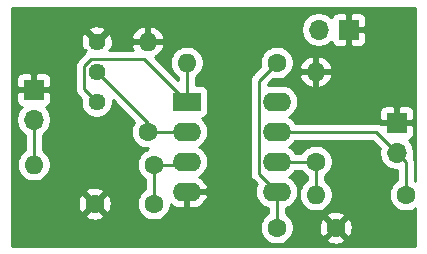
<source format=gbr>
%TF.GenerationSoftware,KiCad,Pcbnew,(5.1.12)-1*%
%TF.CreationDate,2022-02-01T21:13:27-05:00*%
%TF.ProjectId,Lobotomizer-LPF,4c6f626f-746f-46d6-997a-65722d4c5046,rev?*%
%TF.SameCoordinates,Original*%
%TF.FileFunction,Copper,L1,Top*%
%TF.FilePolarity,Positive*%
%FSLAX46Y46*%
G04 Gerber Fmt 4.6, Leading zero omitted, Abs format (unit mm)*
G04 Created by KiCad (PCBNEW (5.1.12)-1) date 2022-02-01 21:13:27*
%MOMM*%
%LPD*%
G01*
G04 APERTURE LIST*
%TA.AperFunction,ComponentPad*%
%ADD10O,1.600000X1.600000*%
%TD*%
%TA.AperFunction,ComponentPad*%
%ADD11C,1.600000*%
%TD*%
%TA.AperFunction,ComponentPad*%
%ADD12O,2.400000X1.600000*%
%TD*%
%TA.AperFunction,ComponentPad*%
%ADD13R,2.400000X1.600000*%
%TD*%
%TA.AperFunction,ComponentPad*%
%ADD14C,1.440000*%
%TD*%
%TA.AperFunction,ComponentPad*%
%ADD15O,1.700000X1.700000*%
%TD*%
%TA.AperFunction,ComponentPad*%
%ADD16R,1.700000X1.700000*%
%TD*%
%TA.AperFunction,Conductor*%
%ADD17C,0.250000*%
%TD*%
%TA.AperFunction,Conductor*%
%ADD18C,0.254000*%
%TD*%
%TA.AperFunction,Conductor*%
%ADD19C,0.100000*%
%TD*%
G04 APERTURE END LIST*
D10*
%TO.P,R4,2*%
%TO.N,GND*%
X143256000Y-69596000D03*
D11*
%TO.P,R4,1*%
%TO.N,Net-(R4-Pad1)*%
X143256000Y-77216000D03*
%TD*%
D10*
%TO.P,R1,2*%
%TO.N,Net-(J1-Pad2)*%
X119380000Y-77470000D03*
D11*
%TO.P,R1,1*%
%TO.N,Net-(C1-Pad1)*%
X129540000Y-77470000D03*
%TD*%
D12*
%TO.P,U1,8*%
%TO.N,+9V*%
X139954000Y-72136000D03*
%TO.P,U1,4*%
%TO.N,GND*%
X132334000Y-79756000D03*
%TO.P,U1,7*%
%TO.N,Net-(J2-Pad2)*%
X139954000Y-74676000D03*
%TO.P,U1,3*%
%TO.N,Net-(C1-Pad1)*%
X132334000Y-77216000D03*
%TO.P,U1,6*%
%TO.N,Net-(R4-Pad1)*%
X139954000Y-77216000D03*
%TO.P,U1,2*%
%TO.N,Net-(R2-Pad1)*%
X132334000Y-74676000D03*
%TO.P,U1,5*%
%TO.N,Net-(C2-Pad1)*%
X139954000Y-79756000D03*
D13*
%TO.P,U1,1*%
%TO.N,Net-(R3-Pad2)*%
X132334000Y-72136000D03*
%TD*%
D14*
%TO.P,RV1,3*%
%TO.N,Net-(R3-Pad2)*%
X124714000Y-72136000D03*
%TO.P,RV1,2*%
%TO.N,Net-(R2-Pad1)*%
X124714000Y-69596000D03*
%TO.P,RV1,1*%
%TO.N,GND*%
X124714000Y-67056000D03*
%TD*%
D10*
%TO.P,R5,2*%
%TO.N,Net-(R4-Pad1)*%
X143256000Y-80010000D03*
D11*
%TO.P,R5,1*%
%TO.N,Net-(J2-Pad2)*%
X150876000Y-80010000D03*
%TD*%
D10*
%TO.P,R3,2*%
%TO.N,Net-(R3-Pad2)*%
X132334000Y-68834000D03*
D11*
%TO.P,R3,1*%
%TO.N,Net-(C2-Pad1)*%
X139954000Y-68834000D03*
%TD*%
D10*
%TO.P,R2,2*%
%TO.N,GND*%
X129032000Y-67056000D03*
D11*
%TO.P,R2,1*%
%TO.N,Net-(R2-Pad1)*%
X129032000Y-74676000D03*
%TD*%
D15*
%TO.P,J3,2*%
%TO.N,+9V*%
X143510000Y-66040000D03*
D16*
%TO.P,J3,1*%
%TO.N,GND*%
X146050000Y-66040000D03*
%TD*%
D15*
%TO.P,J2,2*%
%TO.N,Net-(J2-Pad2)*%
X150114000Y-76454000D03*
D16*
%TO.P,J2,1*%
%TO.N,GND*%
X150114000Y-73914000D03*
%TD*%
D15*
%TO.P,J1,2*%
%TO.N,Net-(J1-Pad2)*%
X119380000Y-73660000D03*
D16*
%TO.P,J1,1*%
%TO.N,GND*%
X119380000Y-71120000D03*
%TD*%
D11*
%TO.P,C2,2*%
%TO.N,GND*%
X144954000Y-82804000D03*
%TO.P,C2,1*%
%TO.N,Net-(C2-Pad1)*%
X139954000Y-82804000D03*
%TD*%
%TO.P,C1,2*%
%TO.N,GND*%
X124540000Y-80772000D03*
%TO.P,C1,1*%
%TO.N,Net-(C1-Pad1)*%
X129540000Y-80772000D03*
%TD*%
D17*
%TO.N,Net-(C1-Pad1)*%
X129540000Y-80772000D02*
X129540000Y-77470000D01*
X132080000Y-77470000D02*
X132334000Y-77216000D01*
X129540000Y-77470000D02*
X132080000Y-77470000D01*
%TO.N,Net-(C2-Pad1)*%
X138428990Y-78230990D02*
X139954000Y-79756000D01*
X138428990Y-70359010D02*
X138428990Y-78230990D01*
X139954000Y-68834000D02*
X138428990Y-70359010D01*
X139954000Y-79756000D02*
X139954000Y-82804000D01*
%TO.N,Net-(J1-Pad2)*%
X119380000Y-73660000D02*
X119380000Y-77470000D01*
%TO.N,Net-(R2-Pad1)*%
X129032000Y-73914000D02*
X129032000Y-74676000D01*
X124714000Y-69596000D02*
X129032000Y-73914000D01*
X129032000Y-74676000D02*
X132334000Y-74676000D01*
%TO.N,Net-(R3-Pad2)*%
X132334000Y-68834000D02*
X132334000Y-72136000D01*
X128748999Y-68550999D02*
X132334000Y-72136000D01*
X124212399Y-68550999D02*
X128748999Y-68550999D01*
X123668999Y-69094399D02*
X124212399Y-68550999D01*
X123668999Y-71090999D02*
X123668999Y-69094399D01*
X124714000Y-72136000D02*
X123668999Y-71090999D01*
%TO.N,Net-(R4-Pad1)*%
X143256000Y-80010000D02*
X143256000Y-77216000D01*
X143256000Y-77216000D02*
X139954000Y-77216000D01*
%TO.N,Net-(J2-Pad2)*%
X148336000Y-74676000D02*
X139954000Y-74676000D01*
X150114000Y-76454000D02*
X148336000Y-74676000D01*
X150876000Y-77216000D02*
X150114000Y-76454000D01*
X150876000Y-80010000D02*
X150876000Y-77216000D01*
%TD*%
D18*
%TO.N,GND*%
X151715001Y-78844743D02*
X151636000Y-78791957D01*
X151636000Y-77253325D01*
X151639676Y-77216000D01*
X151636000Y-77178675D01*
X151636000Y-77178667D01*
X151625003Y-77067014D01*
X151581546Y-76923753D01*
X151547371Y-76859816D01*
X151599000Y-76600260D01*
X151599000Y-76307740D01*
X151541932Y-76020842D01*
X151429990Y-75750589D01*
X151267475Y-75507368D01*
X151135620Y-75375513D01*
X151208180Y-75353502D01*
X151318494Y-75294537D01*
X151415185Y-75215185D01*
X151494537Y-75118494D01*
X151553502Y-75008180D01*
X151589812Y-74888482D01*
X151602072Y-74764000D01*
X151599000Y-74199750D01*
X151440250Y-74041000D01*
X150241000Y-74041000D01*
X150241000Y-74061000D01*
X149987000Y-74061000D01*
X149987000Y-74041000D01*
X148787750Y-74041000D01*
X148775352Y-74053398D01*
X148760276Y-74041026D01*
X148628247Y-73970454D01*
X148484986Y-73926997D01*
X148373333Y-73916000D01*
X148373322Y-73916000D01*
X148336000Y-73912324D01*
X148298678Y-73916000D01*
X141574901Y-73916000D01*
X141552932Y-73874899D01*
X141373608Y-73656392D01*
X141155101Y-73477068D01*
X141022142Y-73406000D01*
X141155101Y-73334932D01*
X141373608Y-73155608D01*
X141448788Y-73064000D01*
X148625928Y-73064000D01*
X148629000Y-73628250D01*
X148787750Y-73787000D01*
X149987000Y-73787000D01*
X149987000Y-72587750D01*
X150241000Y-72587750D01*
X150241000Y-73787000D01*
X151440250Y-73787000D01*
X151599000Y-73628250D01*
X151602072Y-73064000D01*
X151589812Y-72939518D01*
X151553502Y-72819820D01*
X151494537Y-72709506D01*
X151415185Y-72612815D01*
X151318494Y-72533463D01*
X151208180Y-72474498D01*
X151088482Y-72438188D01*
X150964000Y-72425928D01*
X150399750Y-72429000D01*
X150241000Y-72587750D01*
X149987000Y-72587750D01*
X149828250Y-72429000D01*
X149264000Y-72425928D01*
X149139518Y-72438188D01*
X149019820Y-72474498D01*
X148909506Y-72533463D01*
X148812815Y-72612815D01*
X148733463Y-72709506D01*
X148674498Y-72819820D01*
X148638188Y-72939518D01*
X148625928Y-73064000D01*
X141448788Y-73064000D01*
X141552932Y-72937101D01*
X141686182Y-72687808D01*
X141768236Y-72417309D01*
X141795943Y-72136000D01*
X141768236Y-71854691D01*
X141686182Y-71584192D01*
X141552932Y-71334899D01*
X141373608Y-71116392D01*
X141155101Y-70937068D01*
X140905808Y-70803818D01*
X140635309Y-70721764D01*
X140424492Y-70701000D01*
X139483508Y-70701000D01*
X139272691Y-70721764D01*
X139188990Y-70747154D01*
X139188990Y-70673811D01*
X139630114Y-70232688D01*
X139812665Y-70269000D01*
X140095335Y-70269000D01*
X140372574Y-70213853D01*
X140633727Y-70105680D01*
X140868759Y-69948637D01*
X140872356Y-69945040D01*
X141864091Y-69945040D01*
X141958930Y-70209881D01*
X142103615Y-70451131D01*
X142292586Y-70659519D01*
X142518580Y-70827037D01*
X142772913Y-70947246D01*
X142906961Y-70987904D01*
X143129000Y-70865915D01*
X143129000Y-69723000D01*
X143383000Y-69723000D01*
X143383000Y-70865915D01*
X143605039Y-70987904D01*
X143739087Y-70947246D01*
X143993420Y-70827037D01*
X144219414Y-70659519D01*
X144408385Y-70451131D01*
X144553070Y-70209881D01*
X144647909Y-69945040D01*
X144526624Y-69723000D01*
X143383000Y-69723000D01*
X143129000Y-69723000D01*
X141985376Y-69723000D01*
X141864091Y-69945040D01*
X140872356Y-69945040D01*
X141068637Y-69748759D01*
X141225680Y-69513727D01*
X141333853Y-69252574D01*
X141334969Y-69246960D01*
X141864091Y-69246960D01*
X141985376Y-69469000D01*
X143129000Y-69469000D01*
X143129000Y-68326085D01*
X143383000Y-68326085D01*
X143383000Y-69469000D01*
X144526624Y-69469000D01*
X144647909Y-69246960D01*
X144553070Y-68982119D01*
X144408385Y-68740869D01*
X144219414Y-68532481D01*
X143993420Y-68364963D01*
X143739087Y-68244754D01*
X143605039Y-68204096D01*
X143383000Y-68326085D01*
X143129000Y-68326085D01*
X142906961Y-68204096D01*
X142772913Y-68244754D01*
X142518580Y-68364963D01*
X142292586Y-68532481D01*
X142103615Y-68740869D01*
X141958930Y-68982119D01*
X141864091Y-69246960D01*
X141334969Y-69246960D01*
X141389000Y-68975335D01*
X141389000Y-68692665D01*
X141333853Y-68415426D01*
X141225680Y-68154273D01*
X141068637Y-67919241D01*
X140868759Y-67719363D01*
X140633727Y-67562320D01*
X140372574Y-67454147D01*
X140095335Y-67399000D01*
X139812665Y-67399000D01*
X139535426Y-67454147D01*
X139274273Y-67562320D01*
X139039241Y-67719363D01*
X138839363Y-67919241D01*
X138682320Y-68154273D01*
X138574147Y-68415426D01*
X138519000Y-68692665D01*
X138519000Y-68975335D01*
X138555312Y-69157886D01*
X137917993Y-69795206D01*
X137888989Y-69819009D01*
X137856929Y-69858075D01*
X137794016Y-69934734D01*
X137748293Y-70020276D01*
X137723444Y-70066764D01*
X137679987Y-70210025D01*
X137668990Y-70321678D01*
X137668990Y-70321688D01*
X137665314Y-70359010D01*
X137668990Y-70396332D01*
X137668991Y-78193658D01*
X137665314Y-78230990D01*
X137668991Y-78268323D01*
X137675129Y-78330637D01*
X137679988Y-78379975D01*
X137723444Y-78523236D01*
X137794016Y-78655266D01*
X137864935Y-78741680D01*
X137888990Y-78770991D01*
X137917988Y-78794789D01*
X138258592Y-79135393D01*
X138221818Y-79204192D01*
X138139764Y-79474691D01*
X138112057Y-79756000D01*
X138139764Y-80037309D01*
X138221818Y-80307808D01*
X138355068Y-80557101D01*
X138534392Y-80775608D01*
X138752899Y-80954932D01*
X139002192Y-81088182D01*
X139194000Y-81146366D01*
X139194001Y-81585956D01*
X139039241Y-81689363D01*
X138839363Y-81889241D01*
X138682320Y-82124273D01*
X138574147Y-82385426D01*
X138519000Y-82662665D01*
X138519000Y-82945335D01*
X138574147Y-83222574D01*
X138682320Y-83483727D01*
X138839363Y-83718759D01*
X139039241Y-83918637D01*
X139274273Y-84075680D01*
X139535426Y-84183853D01*
X139812665Y-84239000D01*
X140095335Y-84239000D01*
X140372574Y-84183853D01*
X140633727Y-84075680D01*
X140868759Y-83918637D01*
X140990694Y-83796702D01*
X144140903Y-83796702D01*
X144212486Y-84040671D01*
X144467996Y-84161571D01*
X144742184Y-84230300D01*
X145024512Y-84244217D01*
X145304130Y-84202787D01*
X145570292Y-84107603D01*
X145695514Y-84040671D01*
X145767097Y-83796702D01*
X144954000Y-82983605D01*
X144140903Y-83796702D01*
X140990694Y-83796702D01*
X141068637Y-83718759D01*
X141225680Y-83483727D01*
X141333853Y-83222574D01*
X141389000Y-82945335D01*
X141389000Y-82874512D01*
X143513783Y-82874512D01*
X143555213Y-83154130D01*
X143650397Y-83420292D01*
X143717329Y-83545514D01*
X143961298Y-83617097D01*
X144774395Y-82804000D01*
X145133605Y-82804000D01*
X145946702Y-83617097D01*
X146190671Y-83545514D01*
X146311571Y-83290004D01*
X146380300Y-83015816D01*
X146394217Y-82733488D01*
X146352787Y-82453870D01*
X146257603Y-82187708D01*
X146190671Y-82062486D01*
X145946702Y-81990903D01*
X145133605Y-82804000D01*
X144774395Y-82804000D01*
X143961298Y-81990903D01*
X143717329Y-82062486D01*
X143596429Y-82317996D01*
X143527700Y-82592184D01*
X143513783Y-82874512D01*
X141389000Y-82874512D01*
X141389000Y-82662665D01*
X141333853Y-82385426D01*
X141225680Y-82124273D01*
X141068637Y-81889241D01*
X140990694Y-81811298D01*
X144140903Y-81811298D01*
X144954000Y-82624395D01*
X145767097Y-81811298D01*
X145695514Y-81567329D01*
X145440004Y-81446429D01*
X145165816Y-81377700D01*
X144883488Y-81363783D01*
X144603870Y-81405213D01*
X144337708Y-81500397D01*
X144212486Y-81567329D01*
X144140903Y-81811298D01*
X140990694Y-81811298D01*
X140868759Y-81689363D01*
X140714000Y-81585957D01*
X140714000Y-81146366D01*
X140905808Y-81088182D01*
X141155101Y-80954932D01*
X141373608Y-80775608D01*
X141552932Y-80557101D01*
X141686182Y-80307808D01*
X141768236Y-80037309D01*
X141795943Y-79756000D01*
X141768236Y-79474691D01*
X141686182Y-79204192D01*
X141552932Y-78954899D01*
X141373608Y-78736392D01*
X141155101Y-78557068D01*
X141022142Y-78486000D01*
X141155101Y-78414932D01*
X141373608Y-78235608D01*
X141552932Y-78017101D01*
X141574901Y-77976000D01*
X142037957Y-77976000D01*
X142141363Y-78130759D01*
X142341241Y-78330637D01*
X142496001Y-78434044D01*
X142496000Y-78791956D01*
X142341241Y-78895363D01*
X142141363Y-79095241D01*
X141984320Y-79330273D01*
X141876147Y-79591426D01*
X141821000Y-79868665D01*
X141821000Y-80151335D01*
X141876147Y-80428574D01*
X141984320Y-80689727D01*
X142141363Y-80924759D01*
X142341241Y-81124637D01*
X142576273Y-81281680D01*
X142837426Y-81389853D01*
X143114665Y-81445000D01*
X143397335Y-81445000D01*
X143674574Y-81389853D01*
X143935727Y-81281680D01*
X144170759Y-81124637D01*
X144370637Y-80924759D01*
X144527680Y-80689727D01*
X144635853Y-80428574D01*
X144691000Y-80151335D01*
X144691000Y-79868665D01*
X144635853Y-79591426D01*
X144527680Y-79330273D01*
X144370637Y-79095241D01*
X144170759Y-78895363D01*
X144016000Y-78791957D01*
X144016000Y-78434043D01*
X144170759Y-78330637D01*
X144370637Y-78130759D01*
X144527680Y-77895727D01*
X144635853Y-77634574D01*
X144691000Y-77357335D01*
X144691000Y-77074665D01*
X144635853Y-76797426D01*
X144527680Y-76536273D01*
X144370637Y-76301241D01*
X144170759Y-76101363D01*
X143935727Y-75944320D01*
X143674574Y-75836147D01*
X143397335Y-75781000D01*
X143114665Y-75781000D01*
X142837426Y-75836147D01*
X142576273Y-75944320D01*
X142341241Y-76101363D01*
X142141363Y-76301241D01*
X142037957Y-76456000D01*
X141574901Y-76456000D01*
X141552932Y-76414899D01*
X141373608Y-76196392D01*
X141155101Y-76017068D01*
X141022142Y-75946000D01*
X141155101Y-75874932D01*
X141373608Y-75695608D01*
X141552932Y-75477101D01*
X141574901Y-75436000D01*
X148021199Y-75436000D01*
X148672790Y-76087592D01*
X148629000Y-76307740D01*
X148629000Y-76600260D01*
X148686068Y-76887158D01*
X148798010Y-77157411D01*
X148960525Y-77400632D01*
X149167368Y-77607475D01*
X149410589Y-77769990D01*
X149680842Y-77881932D01*
X149967740Y-77939000D01*
X150116001Y-77939000D01*
X150116000Y-78791956D01*
X149961241Y-78895363D01*
X149761363Y-79095241D01*
X149604320Y-79330273D01*
X149496147Y-79591426D01*
X149441000Y-79868665D01*
X149441000Y-80151335D01*
X149496147Y-80428574D01*
X149604320Y-80689727D01*
X149761363Y-80924759D01*
X149961241Y-81124637D01*
X150196273Y-81281680D01*
X150457426Y-81389853D01*
X150734665Y-81445000D01*
X151017335Y-81445000D01*
X151294574Y-81389853D01*
X151555727Y-81281680D01*
X151715001Y-81175257D01*
X151715001Y-84405000D01*
X117525000Y-84405000D01*
X117525000Y-81764702D01*
X123726903Y-81764702D01*
X123798486Y-82008671D01*
X124053996Y-82129571D01*
X124328184Y-82198300D01*
X124610512Y-82212217D01*
X124890130Y-82170787D01*
X125156292Y-82075603D01*
X125281514Y-82008671D01*
X125353097Y-81764702D01*
X124540000Y-80951605D01*
X123726903Y-81764702D01*
X117525000Y-81764702D01*
X117525000Y-80842512D01*
X123099783Y-80842512D01*
X123141213Y-81122130D01*
X123236397Y-81388292D01*
X123303329Y-81513514D01*
X123547298Y-81585097D01*
X124360395Y-80772000D01*
X124719605Y-80772000D01*
X125532702Y-81585097D01*
X125776671Y-81513514D01*
X125897571Y-81258004D01*
X125966300Y-80983816D01*
X125980217Y-80701488D01*
X125938787Y-80421870D01*
X125843603Y-80155708D01*
X125776671Y-80030486D01*
X125532702Y-79958903D01*
X124719605Y-80772000D01*
X124360395Y-80772000D01*
X123547298Y-79958903D01*
X123303329Y-80030486D01*
X123182429Y-80285996D01*
X123113700Y-80560184D01*
X123099783Y-80842512D01*
X117525000Y-80842512D01*
X117525000Y-79779298D01*
X123726903Y-79779298D01*
X124540000Y-80592395D01*
X125353097Y-79779298D01*
X125281514Y-79535329D01*
X125026004Y-79414429D01*
X124751816Y-79345700D01*
X124469488Y-79331783D01*
X124189870Y-79373213D01*
X123923708Y-79468397D01*
X123798486Y-79535329D01*
X123726903Y-79779298D01*
X117525000Y-79779298D01*
X117525000Y-71970000D01*
X117891928Y-71970000D01*
X117904188Y-72094482D01*
X117940498Y-72214180D01*
X117999463Y-72324494D01*
X118078815Y-72421185D01*
X118175506Y-72500537D01*
X118285820Y-72559502D01*
X118358380Y-72581513D01*
X118226525Y-72713368D01*
X118064010Y-72956589D01*
X117952068Y-73226842D01*
X117895000Y-73513740D01*
X117895000Y-73806260D01*
X117952068Y-74093158D01*
X118064010Y-74363411D01*
X118226525Y-74606632D01*
X118433368Y-74813475D01*
X118620000Y-74938179D01*
X118620001Y-76251956D01*
X118465241Y-76355363D01*
X118265363Y-76555241D01*
X118108320Y-76790273D01*
X118000147Y-77051426D01*
X117945000Y-77328665D01*
X117945000Y-77611335D01*
X118000147Y-77888574D01*
X118108320Y-78149727D01*
X118265363Y-78384759D01*
X118465241Y-78584637D01*
X118700273Y-78741680D01*
X118961426Y-78849853D01*
X119238665Y-78905000D01*
X119521335Y-78905000D01*
X119798574Y-78849853D01*
X120059727Y-78741680D01*
X120294759Y-78584637D01*
X120494637Y-78384759D01*
X120651680Y-78149727D01*
X120759853Y-77888574D01*
X120815000Y-77611335D01*
X120815000Y-77328665D01*
X120759853Y-77051426D01*
X120651680Y-76790273D01*
X120494637Y-76555241D01*
X120294759Y-76355363D01*
X120140000Y-76251957D01*
X120140000Y-74938178D01*
X120326632Y-74813475D01*
X120533475Y-74606632D01*
X120695990Y-74363411D01*
X120807932Y-74093158D01*
X120865000Y-73806260D01*
X120865000Y-73513740D01*
X120807932Y-73226842D01*
X120695990Y-72956589D01*
X120533475Y-72713368D01*
X120401620Y-72581513D01*
X120474180Y-72559502D01*
X120584494Y-72500537D01*
X120681185Y-72421185D01*
X120760537Y-72324494D01*
X120819502Y-72214180D01*
X120855812Y-72094482D01*
X120868072Y-71970000D01*
X120865000Y-71405750D01*
X120706250Y-71247000D01*
X119507000Y-71247000D01*
X119507000Y-71267000D01*
X119253000Y-71267000D01*
X119253000Y-71247000D01*
X118053750Y-71247000D01*
X117895000Y-71405750D01*
X117891928Y-71970000D01*
X117525000Y-71970000D01*
X117525000Y-70270000D01*
X117891928Y-70270000D01*
X117895000Y-70834250D01*
X118053750Y-70993000D01*
X119253000Y-70993000D01*
X119253000Y-69793750D01*
X119507000Y-69793750D01*
X119507000Y-70993000D01*
X120706250Y-70993000D01*
X120865000Y-70834250D01*
X120868072Y-70270000D01*
X120855812Y-70145518D01*
X120819502Y-70025820D01*
X120760537Y-69915506D01*
X120681185Y-69818815D01*
X120584494Y-69739463D01*
X120474180Y-69680498D01*
X120354482Y-69644188D01*
X120230000Y-69631928D01*
X119665750Y-69635000D01*
X119507000Y-69793750D01*
X119253000Y-69793750D01*
X119094250Y-69635000D01*
X118530000Y-69631928D01*
X118405518Y-69644188D01*
X118285820Y-69680498D01*
X118175506Y-69739463D01*
X118078815Y-69818815D01*
X117999463Y-69915506D01*
X117940498Y-70025820D01*
X117904188Y-70145518D01*
X117891928Y-70270000D01*
X117525000Y-70270000D01*
X117525000Y-69094399D01*
X122905323Y-69094399D01*
X122909000Y-69131731D01*
X122908999Y-71053676D01*
X122905323Y-71090999D01*
X122908999Y-71128321D01*
X122908999Y-71128331D01*
X122919996Y-71239984D01*
X122948788Y-71334899D01*
X122963453Y-71383245D01*
X123034025Y-71515275D01*
X123073870Y-71563825D01*
X123128998Y-71631000D01*
X123158001Y-71654803D01*
X123383346Y-71880147D01*
X123359000Y-72002544D01*
X123359000Y-72269456D01*
X123411072Y-72531239D01*
X123513215Y-72777833D01*
X123661503Y-72999762D01*
X123850238Y-73188497D01*
X124072167Y-73336785D01*
X124318761Y-73438928D01*
X124580544Y-73491000D01*
X124847456Y-73491000D01*
X125109239Y-73438928D01*
X125355833Y-73336785D01*
X125577762Y-73188497D01*
X125766497Y-72999762D01*
X125914785Y-72777833D01*
X126016928Y-72531239D01*
X126069000Y-72269456D01*
X126069000Y-72025801D01*
X127872132Y-73828934D01*
X127760320Y-73996273D01*
X127652147Y-74257426D01*
X127597000Y-74534665D01*
X127597000Y-74817335D01*
X127652147Y-75094574D01*
X127760320Y-75355727D01*
X127917363Y-75590759D01*
X128117241Y-75790637D01*
X128352273Y-75947680D01*
X128613426Y-76055853D01*
X128890665Y-76111000D01*
X129071082Y-76111000D01*
X128860273Y-76198320D01*
X128625241Y-76355363D01*
X128425363Y-76555241D01*
X128268320Y-76790273D01*
X128160147Y-77051426D01*
X128105000Y-77328665D01*
X128105000Y-77611335D01*
X128160147Y-77888574D01*
X128268320Y-78149727D01*
X128425363Y-78384759D01*
X128625241Y-78584637D01*
X128780001Y-78688044D01*
X128780000Y-79553956D01*
X128625241Y-79657363D01*
X128425363Y-79857241D01*
X128268320Y-80092273D01*
X128160147Y-80353426D01*
X128105000Y-80630665D01*
X128105000Y-80913335D01*
X128160147Y-81190574D01*
X128268320Y-81451727D01*
X128425363Y-81686759D01*
X128625241Y-81886637D01*
X128860273Y-82043680D01*
X129121426Y-82151853D01*
X129398665Y-82207000D01*
X129681335Y-82207000D01*
X129958574Y-82151853D01*
X130219727Y-82043680D01*
X130454759Y-81886637D01*
X130654637Y-81686759D01*
X130811680Y-81451727D01*
X130919853Y-81190574D01*
X130975000Y-80913335D01*
X130975000Y-80823541D01*
X131031161Y-80878601D01*
X131267517Y-81033166D01*
X131529486Y-81138650D01*
X131807000Y-81191000D01*
X132207000Y-81191000D01*
X132207000Y-79883000D01*
X132461000Y-79883000D01*
X132461000Y-81191000D01*
X132861000Y-81191000D01*
X133138514Y-81138650D01*
X133400483Y-81033166D01*
X133636839Y-80878601D01*
X133838500Y-80680895D01*
X133997715Y-80447646D01*
X134108367Y-80187818D01*
X134125904Y-80105039D01*
X134003915Y-79883000D01*
X132461000Y-79883000D01*
X132207000Y-79883000D01*
X132187000Y-79883000D01*
X132187000Y-79629000D01*
X132207000Y-79629000D01*
X132207000Y-79609000D01*
X132461000Y-79609000D01*
X132461000Y-79629000D01*
X134003915Y-79629000D01*
X134125904Y-79406961D01*
X134108367Y-79324182D01*
X133997715Y-79064354D01*
X133838500Y-78831105D01*
X133636839Y-78633399D01*
X133407259Y-78483265D01*
X133535101Y-78414932D01*
X133753608Y-78235608D01*
X133932932Y-78017101D01*
X134066182Y-77767808D01*
X134148236Y-77497309D01*
X134175943Y-77216000D01*
X134148236Y-76934691D01*
X134066182Y-76664192D01*
X133932932Y-76414899D01*
X133753608Y-76196392D01*
X133535101Y-76017068D01*
X133402142Y-75946000D01*
X133535101Y-75874932D01*
X133753608Y-75695608D01*
X133932932Y-75477101D01*
X134066182Y-75227808D01*
X134148236Y-74957309D01*
X134175943Y-74676000D01*
X134148236Y-74394691D01*
X134066182Y-74124192D01*
X133932932Y-73874899D01*
X133753608Y-73656392D01*
X133640518Y-73563581D01*
X133658482Y-73561812D01*
X133778180Y-73525502D01*
X133888494Y-73466537D01*
X133985185Y-73387185D01*
X134064537Y-73290494D01*
X134123502Y-73180180D01*
X134159812Y-73060482D01*
X134172072Y-72936000D01*
X134172072Y-71336000D01*
X134159812Y-71211518D01*
X134123502Y-71091820D01*
X134064537Y-70981506D01*
X133985185Y-70884815D01*
X133888494Y-70805463D01*
X133778180Y-70746498D01*
X133658482Y-70710188D01*
X133534000Y-70697928D01*
X133094000Y-70697928D01*
X133094000Y-70052043D01*
X133248759Y-69948637D01*
X133448637Y-69748759D01*
X133605680Y-69513727D01*
X133713853Y-69252574D01*
X133769000Y-68975335D01*
X133769000Y-68692665D01*
X133713853Y-68415426D01*
X133605680Y-68154273D01*
X133448637Y-67919241D01*
X133248759Y-67719363D01*
X133013727Y-67562320D01*
X132752574Y-67454147D01*
X132475335Y-67399000D01*
X132192665Y-67399000D01*
X131915426Y-67454147D01*
X131654273Y-67562320D01*
X131419241Y-67719363D01*
X131219363Y-67919241D01*
X131062320Y-68154273D01*
X130954147Y-68415426D01*
X130899000Y-68692665D01*
X130899000Y-68975335D01*
X130954147Y-69252574D01*
X131062320Y-69513727D01*
X131219363Y-69748759D01*
X131419241Y-69948637D01*
X131574000Y-70052044D01*
X131574000Y-70301199D01*
X129627103Y-68354302D01*
X129769420Y-68287037D01*
X129995414Y-68119519D01*
X130184385Y-67911131D01*
X130329070Y-67669881D01*
X130423909Y-67405040D01*
X130302624Y-67183000D01*
X129159000Y-67183000D01*
X129159000Y-67203000D01*
X128905000Y-67203000D01*
X128905000Y-67183000D01*
X127761376Y-67183000D01*
X127640091Y-67405040D01*
X127734930Y-67669881D01*
X127807568Y-67790999D01*
X125729409Y-67790999D01*
X125885368Y-67750068D01*
X125998266Y-67508210D01*
X126061811Y-67248973D01*
X126073561Y-66982320D01*
X126033063Y-66718499D01*
X126028869Y-66706960D01*
X127640091Y-66706960D01*
X127761376Y-66929000D01*
X128905000Y-66929000D01*
X128905000Y-65786085D01*
X129159000Y-65786085D01*
X129159000Y-66929000D01*
X130302624Y-66929000D01*
X130423909Y-66706960D01*
X130329070Y-66442119D01*
X130184385Y-66200869D01*
X129995414Y-65992481D01*
X129862206Y-65893740D01*
X142025000Y-65893740D01*
X142025000Y-66186260D01*
X142082068Y-66473158D01*
X142194010Y-66743411D01*
X142356525Y-66986632D01*
X142563368Y-67193475D01*
X142806589Y-67355990D01*
X143076842Y-67467932D01*
X143363740Y-67525000D01*
X143656260Y-67525000D01*
X143943158Y-67467932D01*
X144213411Y-67355990D01*
X144456632Y-67193475D01*
X144588487Y-67061620D01*
X144610498Y-67134180D01*
X144669463Y-67244494D01*
X144748815Y-67341185D01*
X144845506Y-67420537D01*
X144955820Y-67479502D01*
X145075518Y-67515812D01*
X145200000Y-67528072D01*
X145764250Y-67525000D01*
X145923000Y-67366250D01*
X145923000Y-66167000D01*
X146177000Y-66167000D01*
X146177000Y-67366250D01*
X146335750Y-67525000D01*
X146900000Y-67528072D01*
X147024482Y-67515812D01*
X147144180Y-67479502D01*
X147254494Y-67420537D01*
X147351185Y-67341185D01*
X147430537Y-67244494D01*
X147489502Y-67134180D01*
X147525812Y-67014482D01*
X147538072Y-66890000D01*
X147535000Y-66325750D01*
X147376250Y-66167000D01*
X146177000Y-66167000D01*
X145923000Y-66167000D01*
X145903000Y-66167000D01*
X145903000Y-65913000D01*
X145923000Y-65913000D01*
X145923000Y-64713750D01*
X146177000Y-64713750D01*
X146177000Y-65913000D01*
X147376250Y-65913000D01*
X147535000Y-65754250D01*
X147538072Y-65190000D01*
X147525812Y-65065518D01*
X147489502Y-64945820D01*
X147430537Y-64835506D01*
X147351185Y-64738815D01*
X147254494Y-64659463D01*
X147144180Y-64600498D01*
X147024482Y-64564188D01*
X146900000Y-64551928D01*
X146335750Y-64555000D01*
X146177000Y-64713750D01*
X145923000Y-64713750D01*
X145764250Y-64555000D01*
X145200000Y-64551928D01*
X145075518Y-64564188D01*
X144955820Y-64600498D01*
X144845506Y-64659463D01*
X144748815Y-64738815D01*
X144669463Y-64835506D01*
X144610498Y-64945820D01*
X144588487Y-65018380D01*
X144456632Y-64886525D01*
X144213411Y-64724010D01*
X143943158Y-64612068D01*
X143656260Y-64555000D01*
X143363740Y-64555000D01*
X143076842Y-64612068D01*
X142806589Y-64724010D01*
X142563368Y-64886525D01*
X142356525Y-65093368D01*
X142194010Y-65336589D01*
X142082068Y-65606842D01*
X142025000Y-65893740D01*
X129862206Y-65893740D01*
X129769420Y-65824963D01*
X129515087Y-65704754D01*
X129381039Y-65664096D01*
X129159000Y-65786085D01*
X128905000Y-65786085D01*
X128682961Y-65664096D01*
X128548913Y-65704754D01*
X128294580Y-65824963D01*
X128068586Y-65992481D01*
X127879615Y-66200869D01*
X127734930Y-66442119D01*
X127640091Y-66706960D01*
X126028869Y-66706960D01*
X125941875Y-66467647D01*
X125885368Y-66361932D01*
X125649560Y-66300045D01*
X124893605Y-67056000D01*
X124907748Y-67070143D01*
X124728143Y-67249748D01*
X124714000Y-67235605D01*
X124699858Y-67249748D01*
X124520253Y-67070143D01*
X124534395Y-67056000D01*
X123778440Y-66300045D01*
X123542632Y-66361932D01*
X123429734Y-66603790D01*
X123366189Y-66863027D01*
X123354439Y-67129680D01*
X123394937Y-67393501D01*
X123486125Y-67644353D01*
X123542632Y-67750068D01*
X123778438Y-67811954D01*
X123661865Y-67928527D01*
X123711910Y-67978572D01*
X123672398Y-68010998D01*
X123648599Y-68039997D01*
X123157997Y-68530600D01*
X123128999Y-68554398D01*
X123105201Y-68583396D01*
X123105200Y-68583397D01*
X123034025Y-68670123D01*
X122963453Y-68802153D01*
X122919997Y-68945414D01*
X122905323Y-69094399D01*
X117525000Y-69094399D01*
X117525000Y-66120440D01*
X123958045Y-66120440D01*
X124714000Y-66876395D01*
X125469955Y-66120440D01*
X125408068Y-65884632D01*
X125166210Y-65771734D01*
X124906973Y-65708189D01*
X124640320Y-65696439D01*
X124376499Y-65736937D01*
X124125647Y-65828125D01*
X124019932Y-65884632D01*
X123958045Y-66120440D01*
X117525000Y-66120440D01*
X117525000Y-64185000D01*
X151715000Y-64185000D01*
X151715001Y-78844743D01*
%TA.AperFunction,Conductor*%
D19*
G36*
X151715001Y-78844743D02*
G01*
X151636000Y-78791957D01*
X151636000Y-77253325D01*
X151639676Y-77216000D01*
X151636000Y-77178675D01*
X151636000Y-77178667D01*
X151625003Y-77067014D01*
X151581546Y-76923753D01*
X151547371Y-76859816D01*
X151599000Y-76600260D01*
X151599000Y-76307740D01*
X151541932Y-76020842D01*
X151429990Y-75750589D01*
X151267475Y-75507368D01*
X151135620Y-75375513D01*
X151208180Y-75353502D01*
X151318494Y-75294537D01*
X151415185Y-75215185D01*
X151494537Y-75118494D01*
X151553502Y-75008180D01*
X151589812Y-74888482D01*
X151602072Y-74764000D01*
X151599000Y-74199750D01*
X151440250Y-74041000D01*
X150241000Y-74041000D01*
X150241000Y-74061000D01*
X149987000Y-74061000D01*
X149987000Y-74041000D01*
X148787750Y-74041000D01*
X148775352Y-74053398D01*
X148760276Y-74041026D01*
X148628247Y-73970454D01*
X148484986Y-73926997D01*
X148373333Y-73916000D01*
X148373322Y-73916000D01*
X148336000Y-73912324D01*
X148298678Y-73916000D01*
X141574901Y-73916000D01*
X141552932Y-73874899D01*
X141373608Y-73656392D01*
X141155101Y-73477068D01*
X141022142Y-73406000D01*
X141155101Y-73334932D01*
X141373608Y-73155608D01*
X141448788Y-73064000D01*
X148625928Y-73064000D01*
X148629000Y-73628250D01*
X148787750Y-73787000D01*
X149987000Y-73787000D01*
X149987000Y-72587750D01*
X150241000Y-72587750D01*
X150241000Y-73787000D01*
X151440250Y-73787000D01*
X151599000Y-73628250D01*
X151602072Y-73064000D01*
X151589812Y-72939518D01*
X151553502Y-72819820D01*
X151494537Y-72709506D01*
X151415185Y-72612815D01*
X151318494Y-72533463D01*
X151208180Y-72474498D01*
X151088482Y-72438188D01*
X150964000Y-72425928D01*
X150399750Y-72429000D01*
X150241000Y-72587750D01*
X149987000Y-72587750D01*
X149828250Y-72429000D01*
X149264000Y-72425928D01*
X149139518Y-72438188D01*
X149019820Y-72474498D01*
X148909506Y-72533463D01*
X148812815Y-72612815D01*
X148733463Y-72709506D01*
X148674498Y-72819820D01*
X148638188Y-72939518D01*
X148625928Y-73064000D01*
X141448788Y-73064000D01*
X141552932Y-72937101D01*
X141686182Y-72687808D01*
X141768236Y-72417309D01*
X141795943Y-72136000D01*
X141768236Y-71854691D01*
X141686182Y-71584192D01*
X141552932Y-71334899D01*
X141373608Y-71116392D01*
X141155101Y-70937068D01*
X140905808Y-70803818D01*
X140635309Y-70721764D01*
X140424492Y-70701000D01*
X139483508Y-70701000D01*
X139272691Y-70721764D01*
X139188990Y-70747154D01*
X139188990Y-70673811D01*
X139630114Y-70232688D01*
X139812665Y-70269000D01*
X140095335Y-70269000D01*
X140372574Y-70213853D01*
X140633727Y-70105680D01*
X140868759Y-69948637D01*
X140872356Y-69945040D01*
X141864091Y-69945040D01*
X141958930Y-70209881D01*
X142103615Y-70451131D01*
X142292586Y-70659519D01*
X142518580Y-70827037D01*
X142772913Y-70947246D01*
X142906961Y-70987904D01*
X143129000Y-70865915D01*
X143129000Y-69723000D01*
X143383000Y-69723000D01*
X143383000Y-70865915D01*
X143605039Y-70987904D01*
X143739087Y-70947246D01*
X143993420Y-70827037D01*
X144219414Y-70659519D01*
X144408385Y-70451131D01*
X144553070Y-70209881D01*
X144647909Y-69945040D01*
X144526624Y-69723000D01*
X143383000Y-69723000D01*
X143129000Y-69723000D01*
X141985376Y-69723000D01*
X141864091Y-69945040D01*
X140872356Y-69945040D01*
X141068637Y-69748759D01*
X141225680Y-69513727D01*
X141333853Y-69252574D01*
X141334969Y-69246960D01*
X141864091Y-69246960D01*
X141985376Y-69469000D01*
X143129000Y-69469000D01*
X143129000Y-68326085D01*
X143383000Y-68326085D01*
X143383000Y-69469000D01*
X144526624Y-69469000D01*
X144647909Y-69246960D01*
X144553070Y-68982119D01*
X144408385Y-68740869D01*
X144219414Y-68532481D01*
X143993420Y-68364963D01*
X143739087Y-68244754D01*
X143605039Y-68204096D01*
X143383000Y-68326085D01*
X143129000Y-68326085D01*
X142906961Y-68204096D01*
X142772913Y-68244754D01*
X142518580Y-68364963D01*
X142292586Y-68532481D01*
X142103615Y-68740869D01*
X141958930Y-68982119D01*
X141864091Y-69246960D01*
X141334969Y-69246960D01*
X141389000Y-68975335D01*
X141389000Y-68692665D01*
X141333853Y-68415426D01*
X141225680Y-68154273D01*
X141068637Y-67919241D01*
X140868759Y-67719363D01*
X140633727Y-67562320D01*
X140372574Y-67454147D01*
X140095335Y-67399000D01*
X139812665Y-67399000D01*
X139535426Y-67454147D01*
X139274273Y-67562320D01*
X139039241Y-67719363D01*
X138839363Y-67919241D01*
X138682320Y-68154273D01*
X138574147Y-68415426D01*
X138519000Y-68692665D01*
X138519000Y-68975335D01*
X138555312Y-69157886D01*
X137917993Y-69795206D01*
X137888989Y-69819009D01*
X137856929Y-69858075D01*
X137794016Y-69934734D01*
X137748293Y-70020276D01*
X137723444Y-70066764D01*
X137679987Y-70210025D01*
X137668990Y-70321678D01*
X137668990Y-70321688D01*
X137665314Y-70359010D01*
X137668990Y-70396332D01*
X137668991Y-78193658D01*
X137665314Y-78230990D01*
X137668991Y-78268323D01*
X137675129Y-78330637D01*
X137679988Y-78379975D01*
X137723444Y-78523236D01*
X137794016Y-78655266D01*
X137864935Y-78741680D01*
X137888990Y-78770991D01*
X137917988Y-78794789D01*
X138258592Y-79135393D01*
X138221818Y-79204192D01*
X138139764Y-79474691D01*
X138112057Y-79756000D01*
X138139764Y-80037309D01*
X138221818Y-80307808D01*
X138355068Y-80557101D01*
X138534392Y-80775608D01*
X138752899Y-80954932D01*
X139002192Y-81088182D01*
X139194000Y-81146366D01*
X139194001Y-81585956D01*
X139039241Y-81689363D01*
X138839363Y-81889241D01*
X138682320Y-82124273D01*
X138574147Y-82385426D01*
X138519000Y-82662665D01*
X138519000Y-82945335D01*
X138574147Y-83222574D01*
X138682320Y-83483727D01*
X138839363Y-83718759D01*
X139039241Y-83918637D01*
X139274273Y-84075680D01*
X139535426Y-84183853D01*
X139812665Y-84239000D01*
X140095335Y-84239000D01*
X140372574Y-84183853D01*
X140633727Y-84075680D01*
X140868759Y-83918637D01*
X140990694Y-83796702D01*
X144140903Y-83796702D01*
X144212486Y-84040671D01*
X144467996Y-84161571D01*
X144742184Y-84230300D01*
X145024512Y-84244217D01*
X145304130Y-84202787D01*
X145570292Y-84107603D01*
X145695514Y-84040671D01*
X145767097Y-83796702D01*
X144954000Y-82983605D01*
X144140903Y-83796702D01*
X140990694Y-83796702D01*
X141068637Y-83718759D01*
X141225680Y-83483727D01*
X141333853Y-83222574D01*
X141389000Y-82945335D01*
X141389000Y-82874512D01*
X143513783Y-82874512D01*
X143555213Y-83154130D01*
X143650397Y-83420292D01*
X143717329Y-83545514D01*
X143961298Y-83617097D01*
X144774395Y-82804000D01*
X145133605Y-82804000D01*
X145946702Y-83617097D01*
X146190671Y-83545514D01*
X146311571Y-83290004D01*
X146380300Y-83015816D01*
X146394217Y-82733488D01*
X146352787Y-82453870D01*
X146257603Y-82187708D01*
X146190671Y-82062486D01*
X145946702Y-81990903D01*
X145133605Y-82804000D01*
X144774395Y-82804000D01*
X143961298Y-81990903D01*
X143717329Y-82062486D01*
X143596429Y-82317996D01*
X143527700Y-82592184D01*
X143513783Y-82874512D01*
X141389000Y-82874512D01*
X141389000Y-82662665D01*
X141333853Y-82385426D01*
X141225680Y-82124273D01*
X141068637Y-81889241D01*
X140990694Y-81811298D01*
X144140903Y-81811298D01*
X144954000Y-82624395D01*
X145767097Y-81811298D01*
X145695514Y-81567329D01*
X145440004Y-81446429D01*
X145165816Y-81377700D01*
X144883488Y-81363783D01*
X144603870Y-81405213D01*
X144337708Y-81500397D01*
X144212486Y-81567329D01*
X144140903Y-81811298D01*
X140990694Y-81811298D01*
X140868759Y-81689363D01*
X140714000Y-81585957D01*
X140714000Y-81146366D01*
X140905808Y-81088182D01*
X141155101Y-80954932D01*
X141373608Y-80775608D01*
X141552932Y-80557101D01*
X141686182Y-80307808D01*
X141768236Y-80037309D01*
X141795943Y-79756000D01*
X141768236Y-79474691D01*
X141686182Y-79204192D01*
X141552932Y-78954899D01*
X141373608Y-78736392D01*
X141155101Y-78557068D01*
X141022142Y-78486000D01*
X141155101Y-78414932D01*
X141373608Y-78235608D01*
X141552932Y-78017101D01*
X141574901Y-77976000D01*
X142037957Y-77976000D01*
X142141363Y-78130759D01*
X142341241Y-78330637D01*
X142496001Y-78434044D01*
X142496000Y-78791956D01*
X142341241Y-78895363D01*
X142141363Y-79095241D01*
X141984320Y-79330273D01*
X141876147Y-79591426D01*
X141821000Y-79868665D01*
X141821000Y-80151335D01*
X141876147Y-80428574D01*
X141984320Y-80689727D01*
X142141363Y-80924759D01*
X142341241Y-81124637D01*
X142576273Y-81281680D01*
X142837426Y-81389853D01*
X143114665Y-81445000D01*
X143397335Y-81445000D01*
X143674574Y-81389853D01*
X143935727Y-81281680D01*
X144170759Y-81124637D01*
X144370637Y-80924759D01*
X144527680Y-80689727D01*
X144635853Y-80428574D01*
X144691000Y-80151335D01*
X144691000Y-79868665D01*
X144635853Y-79591426D01*
X144527680Y-79330273D01*
X144370637Y-79095241D01*
X144170759Y-78895363D01*
X144016000Y-78791957D01*
X144016000Y-78434043D01*
X144170759Y-78330637D01*
X144370637Y-78130759D01*
X144527680Y-77895727D01*
X144635853Y-77634574D01*
X144691000Y-77357335D01*
X144691000Y-77074665D01*
X144635853Y-76797426D01*
X144527680Y-76536273D01*
X144370637Y-76301241D01*
X144170759Y-76101363D01*
X143935727Y-75944320D01*
X143674574Y-75836147D01*
X143397335Y-75781000D01*
X143114665Y-75781000D01*
X142837426Y-75836147D01*
X142576273Y-75944320D01*
X142341241Y-76101363D01*
X142141363Y-76301241D01*
X142037957Y-76456000D01*
X141574901Y-76456000D01*
X141552932Y-76414899D01*
X141373608Y-76196392D01*
X141155101Y-76017068D01*
X141022142Y-75946000D01*
X141155101Y-75874932D01*
X141373608Y-75695608D01*
X141552932Y-75477101D01*
X141574901Y-75436000D01*
X148021199Y-75436000D01*
X148672790Y-76087592D01*
X148629000Y-76307740D01*
X148629000Y-76600260D01*
X148686068Y-76887158D01*
X148798010Y-77157411D01*
X148960525Y-77400632D01*
X149167368Y-77607475D01*
X149410589Y-77769990D01*
X149680842Y-77881932D01*
X149967740Y-77939000D01*
X150116001Y-77939000D01*
X150116000Y-78791956D01*
X149961241Y-78895363D01*
X149761363Y-79095241D01*
X149604320Y-79330273D01*
X149496147Y-79591426D01*
X149441000Y-79868665D01*
X149441000Y-80151335D01*
X149496147Y-80428574D01*
X149604320Y-80689727D01*
X149761363Y-80924759D01*
X149961241Y-81124637D01*
X150196273Y-81281680D01*
X150457426Y-81389853D01*
X150734665Y-81445000D01*
X151017335Y-81445000D01*
X151294574Y-81389853D01*
X151555727Y-81281680D01*
X151715001Y-81175257D01*
X151715001Y-84405000D01*
X117525000Y-84405000D01*
X117525000Y-81764702D01*
X123726903Y-81764702D01*
X123798486Y-82008671D01*
X124053996Y-82129571D01*
X124328184Y-82198300D01*
X124610512Y-82212217D01*
X124890130Y-82170787D01*
X125156292Y-82075603D01*
X125281514Y-82008671D01*
X125353097Y-81764702D01*
X124540000Y-80951605D01*
X123726903Y-81764702D01*
X117525000Y-81764702D01*
X117525000Y-80842512D01*
X123099783Y-80842512D01*
X123141213Y-81122130D01*
X123236397Y-81388292D01*
X123303329Y-81513514D01*
X123547298Y-81585097D01*
X124360395Y-80772000D01*
X124719605Y-80772000D01*
X125532702Y-81585097D01*
X125776671Y-81513514D01*
X125897571Y-81258004D01*
X125966300Y-80983816D01*
X125980217Y-80701488D01*
X125938787Y-80421870D01*
X125843603Y-80155708D01*
X125776671Y-80030486D01*
X125532702Y-79958903D01*
X124719605Y-80772000D01*
X124360395Y-80772000D01*
X123547298Y-79958903D01*
X123303329Y-80030486D01*
X123182429Y-80285996D01*
X123113700Y-80560184D01*
X123099783Y-80842512D01*
X117525000Y-80842512D01*
X117525000Y-79779298D01*
X123726903Y-79779298D01*
X124540000Y-80592395D01*
X125353097Y-79779298D01*
X125281514Y-79535329D01*
X125026004Y-79414429D01*
X124751816Y-79345700D01*
X124469488Y-79331783D01*
X124189870Y-79373213D01*
X123923708Y-79468397D01*
X123798486Y-79535329D01*
X123726903Y-79779298D01*
X117525000Y-79779298D01*
X117525000Y-71970000D01*
X117891928Y-71970000D01*
X117904188Y-72094482D01*
X117940498Y-72214180D01*
X117999463Y-72324494D01*
X118078815Y-72421185D01*
X118175506Y-72500537D01*
X118285820Y-72559502D01*
X118358380Y-72581513D01*
X118226525Y-72713368D01*
X118064010Y-72956589D01*
X117952068Y-73226842D01*
X117895000Y-73513740D01*
X117895000Y-73806260D01*
X117952068Y-74093158D01*
X118064010Y-74363411D01*
X118226525Y-74606632D01*
X118433368Y-74813475D01*
X118620000Y-74938179D01*
X118620001Y-76251956D01*
X118465241Y-76355363D01*
X118265363Y-76555241D01*
X118108320Y-76790273D01*
X118000147Y-77051426D01*
X117945000Y-77328665D01*
X117945000Y-77611335D01*
X118000147Y-77888574D01*
X118108320Y-78149727D01*
X118265363Y-78384759D01*
X118465241Y-78584637D01*
X118700273Y-78741680D01*
X118961426Y-78849853D01*
X119238665Y-78905000D01*
X119521335Y-78905000D01*
X119798574Y-78849853D01*
X120059727Y-78741680D01*
X120294759Y-78584637D01*
X120494637Y-78384759D01*
X120651680Y-78149727D01*
X120759853Y-77888574D01*
X120815000Y-77611335D01*
X120815000Y-77328665D01*
X120759853Y-77051426D01*
X120651680Y-76790273D01*
X120494637Y-76555241D01*
X120294759Y-76355363D01*
X120140000Y-76251957D01*
X120140000Y-74938178D01*
X120326632Y-74813475D01*
X120533475Y-74606632D01*
X120695990Y-74363411D01*
X120807932Y-74093158D01*
X120865000Y-73806260D01*
X120865000Y-73513740D01*
X120807932Y-73226842D01*
X120695990Y-72956589D01*
X120533475Y-72713368D01*
X120401620Y-72581513D01*
X120474180Y-72559502D01*
X120584494Y-72500537D01*
X120681185Y-72421185D01*
X120760537Y-72324494D01*
X120819502Y-72214180D01*
X120855812Y-72094482D01*
X120868072Y-71970000D01*
X120865000Y-71405750D01*
X120706250Y-71247000D01*
X119507000Y-71247000D01*
X119507000Y-71267000D01*
X119253000Y-71267000D01*
X119253000Y-71247000D01*
X118053750Y-71247000D01*
X117895000Y-71405750D01*
X117891928Y-71970000D01*
X117525000Y-71970000D01*
X117525000Y-70270000D01*
X117891928Y-70270000D01*
X117895000Y-70834250D01*
X118053750Y-70993000D01*
X119253000Y-70993000D01*
X119253000Y-69793750D01*
X119507000Y-69793750D01*
X119507000Y-70993000D01*
X120706250Y-70993000D01*
X120865000Y-70834250D01*
X120868072Y-70270000D01*
X120855812Y-70145518D01*
X120819502Y-70025820D01*
X120760537Y-69915506D01*
X120681185Y-69818815D01*
X120584494Y-69739463D01*
X120474180Y-69680498D01*
X120354482Y-69644188D01*
X120230000Y-69631928D01*
X119665750Y-69635000D01*
X119507000Y-69793750D01*
X119253000Y-69793750D01*
X119094250Y-69635000D01*
X118530000Y-69631928D01*
X118405518Y-69644188D01*
X118285820Y-69680498D01*
X118175506Y-69739463D01*
X118078815Y-69818815D01*
X117999463Y-69915506D01*
X117940498Y-70025820D01*
X117904188Y-70145518D01*
X117891928Y-70270000D01*
X117525000Y-70270000D01*
X117525000Y-69094399D01*
X122905323Y-69094399D01*
X122909000Y-69131731D01*
X122908999Y-71053676D01*
X122905323Y-71090999D01*
X122908999Y-71128321D01*
X122908999Y-71128331D01*
X122919996Y-71239984D01*
X122948788Y-71334899D01*
X122963453Y-71383245D01*
X123034025Y-71515275D01*
X123073870Y-71563825D01*
X123128998Y-71631000D01*
X123158001Y-71654803D01*
X123383346Y-71880147D01*
X123359000Y-72002544D01*
X123359000Y-72269456D01*
X123411072Y-72531239D01*
X123513215Y-72777833D01*
X123661503Y-72999762D01*
X123850238Y-73188497D01*
X124072167Y-73336785D01*
X124318761Y-73438928D01*
X124580544Y-73491000D01*
X124847456Y-73491000D01*
X125109239Y-73438928D01*
X125355833Y-73336785D01*
X125577762Y-73188497D01*
X125766497Y-72999762D01*
X125914785Y-72777833D01*
X126016928Y-72531239D01*
X126069000Y-72269456D01*
X126069000Y-72025801D01*
X127872132Y-73828934D01*
X127760320Y-73996273D01*
X127652147Y-74257426D01*
X127597000Y-74534665D01*
X127597000Y-74817335D01*
X127652147Y-75094574D01*
X127760320Y-75355727D01*
X127917363Y-75590759D01*
X128117241Y-75790637D01*
X128352273Y-75947680D01*
X128613426Y-76055853D01*
X128890665Y-76111000D01*
X129071082Y-76111000D01*
X128860273Y-76198320D01*
X128625241Y-76355363D01*
X128425363Y-76555241D01*
X128268320Y-76790273D01*
X128160147Y-77051426D01*
X128105000Y-77328665D01*
X128105000Y-77611335D01*
X128160147Y-77888574D01*
X128268320Y-78149727D01*
X128425363Y-78384759D01*
X128625241Y-78584637D01*
X128780001Y-78688044D01*
X128780000Y-79553956D01*
X128625241Y-79657363D01*
X128425363Y-79857241D01*
X128268320Y-80092273D01*
X128160147Y-80353426D01*
X128105000Y-80630665D01*
X128105000Y-80913335D01*
X128160147Y-81190574D01*
X128268320Y-81451727D01*
X128425363Y-81686759D01*
X128625241Y-81886637D01*
X128860273Y-82043680D01*
X129121426Y-82151853D01*
X129398665Y-82207000D01*
X129681335Y-82207000D01*
X129958574Y-82151853D01*
X130219727Y-82043680D01*
X130454759Y-81886637D01*
X130654637Y-81686759D01*
X130811680Y-81451727D01*
X130919853Y-81190574D01*
X130975000Y-80913335D01*
X130975000Y-80823541D01*
X131031161Y-80878601D01*
X131267517Y-81033166D01*
X131529486Y-81138650D01*
X131807000Y-81191000D01*
X132207000Y-81191000D01*
X132207000Y-79883000D01*
X132461000Y-79883000D01*
X132461000Y-81191000D01*
X132861000Y-81191000D01*
X133138514Y-81138650D01*
X133400483Y-81033166D01*
X133636839Y-80878601D01*
X133838500Y-80680895D01*
X133997715Y-80447646D01*
X134108367Y-80187818D01*
X134125904Y-80105039D01*
X134003915Y-79883000D01*
X132461000Y-79883000D01*
X132207000Y-79883000D01*
X132187000Y-79883000D01*
X132187000Y-79629000D01*
X132207000Y-79629000D01*
X132207000Y-79609000D01*
X132461000Y-79609000D01*
X132461000Y-79629000D01*
X134003915Y-79629000D01*
X134125904Y-79406961D01*
X134108367Y-79324182D01*
X133997715Y-79064354D01*
X133838500Y-78831105D01*
X133636839Y-78633399D01*
X133407259Y-78483265D01*
X133535101Y-78414932D01*
X133753608Y-78235608D01*
X133932932Y-78017101D01*
X134066182Y-77767808D01*
X134148236Y-77497309D01*
X134175943Y-77216000D01*
X134148236Y-76934691D01*
X134066182Y-76664192D01*
X133932932Y-76414899D01*
X133753608Y-76196392D01*
X133535101Y-76017068D01*
X133402142Y-75946000D01*
X133535101Y-75874932D01*
X133753608Y-75695608D01*
X133932932Y-75477101D01*
X134066182Y-75227808D01*
X134148236Y-74957309D01*
X134175943Y-74676000D01*
X134148236Y-74394691D01*
X134066182Y-74124192D01*
X133932932Y-73874899D01*
X133753608Y-73656392D01*
X133640518Y-73563581D01*
X133658482Y-73561812D01*
X133778180Y-73525502D01*
X133888494Y-73466537D01*
X133985185Y-73387185D01*
X134064537Y-73290494D01*
X134123502Y-73180180D01*
X134159812Y-73060482D01*
X134172072Y-72936000D01*
X134172072Y-71336000D01*
X134159812Y-71211518D01*
X134123502Y-71091820D01*
X134064537Y-70981506D01*
X133985185Y-70884815D01*
X133888494Y-70805463D01*
X133778180Y-70746498D01*
X133658482Y-70710188D01*
X133534000Y-70697928D01*
X133094000Y-70697928D01*
X133094000Y-70052043D01*
X133248759Y-69948637D01*
X133448637Y-69748759D01*
X133605680Y-69513727D01*
X133713853Y-69252574D01*
X133769000Y-68975335D01*
X133769000Y-68692665D01*
X133713853Y-68415426D01*
X133605680Y-68154273D01*
X133448637Y-67919241D01*
X133248759Y-67719363D01*
X133013727Y-67562320D01*
X132752574Y-67454147D01*
X132475335Y-67399000D01*
X132192665Y-67399000D01*
X131915426Y-67454147D01*
X131654273Y-67562320D01*
X131419241Y-67719363D01*
X131219363Y-67919241D01*
X131062320Y-68154273D01*
X130954147Y-68415426D01*
X130899000Y-68692665D01*
X130899000Y-68975335D01*
X130954147Y-69252574D01*
X131062320Y-69513727D01*
X131219363Y-69748759D01*
X131419241Y-69948637D01*
X131574000Y-70052044D01*
X131574000Y-70301199D01*
X129627103Y-68354302D01*
X129769420Y-68287037D01*
X129995414Y-68119519D01*
X130184385Y-67911131D01*
X130329070Y-67669881D01*
X130423909Y-67405040D01*
X130302624Y-67183000D01*
X129159000Y-67183000D01*
X129159000Y-67203000D01*
X128905000Y-67203000D01*
X128905000Y-67183000D01*
X127761376Y-67183000D01*
X127640091Y-67405040D01*
X127734930Y-67669881D01*
X127807568Y-67790999D01*
X125729409Y-67790999D01*
X125885368Y-67750068D01*
X125998266Y-67508210D01*
X126061811Y-67248973D01*
X126073561Y-66982320D01*
X126033063Y-66718499D01*
X126028869Y-66706960D01*
X127640091Y-66706960D01*
X127761376Y-66929000D01*
X128905000Y-66929000D01*
X128905000Y-65786085D01*
X129159000Y-65786085D01*
X129159000Y-66929000D01*
X130302624Y-66929000D01*
X130423909Y-66706960D01*
X130329070Y-66442119D01*
X130184385Y-66200869D01*
X129995414Y-65992481D01*
X129862206Y-65893740D01*
X142025000Y-65893740D01*
X142025000Y-66186260D01*
X142082068Y-66473158D01*
X142194010Y-66743411D01*
X142356525Y-66986632D01*
X142563368Y-67193475D01*
X142806589Y-67355990D01*
X143076842Y-67467932D01*
X143363740Y-67525000D01*
X143656260Y-67525000D01*
X143943158Y-67467932D01*
X144213411Y-67355990D01*
X144456632Y-67193475D01*
X144588487Y-67061620D01*
X144610498Y-67134180D01*
X144669463Y-67244494D01*
X144748815Y-67341185D01*
X144845506Y-67420537D01*
X144955820Y-67479502D01*
X145075518Y-67515812D01*
X145200000Y-67528072D01*
X145764250Y-67525000D01*
X145923000Y-67366250D01*
X145923000Y-66167000D01*
X146177000Y-66167000D01*
X146177000Y-67366250D01*
X146335750Y-67525000D01*
X146900000Y-67528072D01*
X147024482Y-67515812D01*
X147144180Y-67479502D01*
X147254494Y-67420537D01*
X147351185Y-67341185D01*
X147430537Y-67244494D01*
X147489502Y-67134180D01*
X147525812Y-67014482D01*
X147538072Y-66890000D01*
X147535000Y-66325750D01*
X147376250Y-66167000D01*
X146177000Y-66167000D01*
X145923000Y-66167000D01*
X145903000Y-66167000D01*
X145903000Y-65913000D01*
X145923000Y-65913000D01*
X145923000Y-64713750D01*
X146177000Y-64713750D01*
X146177000Y-65913000D01*
X147376250Y-65913000D01*
X147535000Y-65754250D01*
X147538072Y-65190000D01*
X147525812Y-65065518D01*
X147489502Y-64945820D01*
X147430537Y-64835506D01*
X147351185Y-64738815D01*
X147254494Y-64659463D01*
X147144180Y-64600498D01*
X147024482Y-64564188D01*
X146900000Y-64551928D01*
X146335750Y-64555000D01*
X146177000Y-64713750D01*
X145923000Y-64713750D01*
X145764250Y-64555000D01*
X145200000Y-64551928D01*
X145075518Y-64564188D01*
X144955820Y-64600498D01*
X144845506Y-64659463D01*
X144748815Y-64738815D01*
X144669463Y-64835506D01*
X144610498Y-64945820D01*
X144588487Y-65018380D01*
X144456632Y-64886525D01*
X144213411Y-64724010D01*
X143943158Y-64612068D01*
X143656260Y-64555000D01*
X143363740Y-64555000D01*
X143076842Y-64612068D01*
X142806589Y-64724010D01*
X142563368Y-64886525D01*
X142356525Y-65093368D01*
X142194010Y-65336589D01*
X142082068Y-65606842D01*
X142025000Y-65893740D01*
X129862206Y-65893740D01*
X129769420Y-65824963D01*
X129515087Y-65704754D01*
X129381039Y-65664096D01*
X129159000Y-65786085D01*
X128905000Y-65786085D01*
X128682961Y-65664096D01*
X128548913Y-65704754D01*
X128294580Y-65824963D01*
X128068586Y-65992481D01*
X127879615Y-66200869D01*
X127734930Y-66442119D01*
X127640091Y-66706960D01*
X126028869Y-66706960D01*
X125941875Y-66467647D01*
X125885368Y-66361932D01*
X125649560Y-66300045D01*
X124893605Y-67056000D01*
X124907748Y-67070143D01*
X124728143Y-67249748D01*
X124714000Y-67235605D01*
X124699858Y-67249748D01*
X124520253Y-67070143D01*
X124534395Y-67056000D01*
X123778440Y-66300045D01*
X123542632Y-66361932D01*
X123429734Y-66603790D01*
X123366189Y-66863027D01*
X123354439Y-67129680D01*
X123394937Y-67393501D01*
X123486125Y-67644353D01*
X123542632Y-67750068D01*
X123778438Y-67811954D01*
X123661865Y-67928527D01*
X123711910Y-67978572D01*
X123672398Y-68010998D01*
X123648599Y-68039997D01*
X123157997Y-68530600D01*
X123128999Y-68554398D01*
X123105201Y-68583396D01*
X123105200Y-68583397D01*
X123034025Y-68670123D01*
X122963453Y-68802153D01*
X122919997Y-68945414D01*
X122905323Y-69094399D01*
X117525000Y-69094399D01*
X117525000Y-66120440D01*
X123958045Y-66120440D01*
X124714000Y-66876395D01*
X125469955Y-66120440D01*
X125408068Y-65884632D01*
X125166210Y-65771734D01*
X124906973Y-65708189D01*
X124640320Y-65696439D01*
X124376499Y-65736937D01*
X124125647Y-65828125D01*
X124019932Y-65884632D01*
X123958045Y-66120440D01*
X117525000Y-66120440D01*
X117525000Y-64185000D01*
X151715000Y-64185000D01*
X151715001Y-78844743D01*
G37*
%TD.AperFunction*%
%TD*%
M02*

</source>
